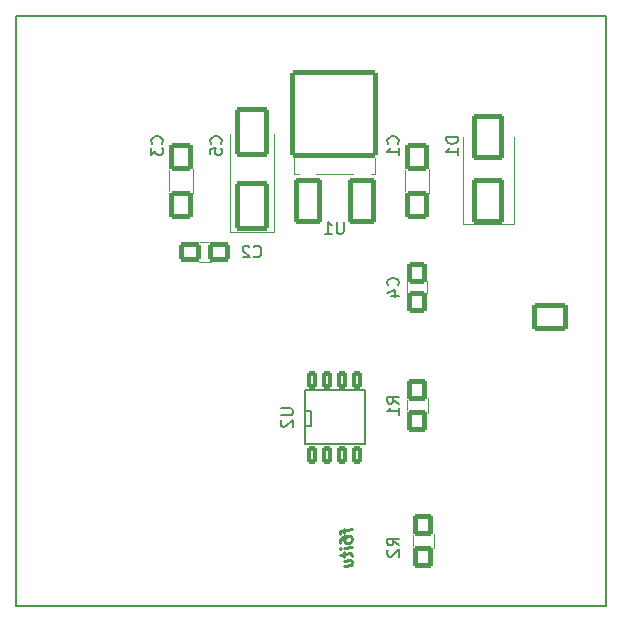
<source format=gbo>
G04 #@! TF.GenerationSoftware,KiCad,Pcbnew,8.0.4*
G04 #@! TF.CreationDate,2025-01-27T10:30:07+01:00*
G04 #@! TF.ProjectId,ocxo,6f63786f-2e6b-4696-9361-645f70636258,rev?*
G04 #@! TF.SameCoordinates,Original*
G04 #@! TF.FileFunction,Legend,Bot*
G04 #@! TF.FilePolarity,Positive*
%FSLAX46Y46*%
G04 Gerber Fmt 4.6, Leading zero omitted, Abs format (unit mm)*
G04 Created by KiCad (PCBNEW 8.0.4) date 2025-01-27 10:30:07*
%MOMM*%
%LPD*%
G01*
G04 APERTURE LIST*
G04 Aperture macros list*
%AMRoundRect*
0 Rectangle with rounded corners*
0 $1 Rounding radius*
0 $2 $3 $4 $5 $6 $7 $8 $9 X,Y pos of 4 corners*
0 Add a 4 corners polygon primitive as box body*
4,1,4,$2,$3,$4,$5,$6,$7,$8,$9,$2,$3,0*
0 Add four circle primitives for the rounded corners*
1,1,$1+$1,$2,$3*
1,1,$1+$1,$4,$5*
1,1,$1+$1,$6,$7*
1,1,$1+$1,$8,$9*
0 Add four rect primitives between the rounded corners*
20,1,$1+$1,$2,$3,$4,$5,0*
20,1,$1+$1,$4,$5,$6,$7,0*
20,1,$1+$1,$6,$7,$8,$9,0*
20,1,$1+$1,$8,$9,$2,$3,0*%
G04 Aperture macros list end*
%ADD10C,0.250000*%
%ADD11C,0.150000*%
%ADD12C,0.120000*%
%ADD13C,5.900000*%
%ADD14RoundRect,0.200000X0.800000X-1.000000X0.800000X1.000000X-0.800000X1.000000X-0.800000X-1.000000X0*%
%ADD15RoundRect,0.200000X0.750000X0.625000X-0.750000X0.625000X-0.750000X-0.625000X0.750000X-0.625000X0*%
%ADD16RoundRect,0.200000X0.625000X-0.750000X0.625000X0.750000X-0.625000X0.750000X-0.625000X-0.750000X0*%
%ADD17RoundRect,0.200000X1.250000X-1.875000X1.250000X1.875000X-1.250000X1.875000X-1.250000X-1.875000X0*%
%ADD18RoundRect,0.200000X1.300000X-1.000000X1.300000X1.000000X-1.300000X1.000000X-1.300000X-1.000000X0*%
%ADD19O,3.000000X2.400000*%
%ADD20C,2.398980*%
%ADD21C,2.899360*%
%ADD22C,2.900000*%
%ADD23RoundRect,0.200000X0.650000X-0.750000X0.650000X0.750000X-0.650000X0.750000X-0.650000X-0.750000X0*%
%ADD24C,2.200000*%
%ADD25RoundRect,0.200000X1.000000X1.750000X-1.000000X1.750000X-1.000000X-1.750000X1.000000X-1.750000X0*%
%ADD26RoundRect,0.200000X3.500000X3.500000X-3.500000X3.500000X-3.500000X-3.500000X3.500000X-3.500000X0*%
%ADD27RoundRect,0.200000X-0.254000X-0.571500X0.254000X-0.571500X0.254000X0.571500X-0.254000X0.571500X0*%
%ADD28C,1.840000*%
%ADD29RoundRect,0.200000X1.150000X-1.750000X1.150000X1.750000X-1.150000X1.750000X-1.150000X-1.750000X0*%
G04 #@! TA.AperFunction,Profile*
%ADD30C,0.150000*%
G04 #@! TD*
G04 APERTURE END LIST*
D10*
X107782952Y-88434524D02*
X107782952Y-88815476D01*
X108449619Y-88494047D02*
X107592476Y-88601190D01*
X107592476Y-88601190D02*
X107497238Y-88660714D01*
X107497238Y-88660714D02*
X107449619Y-88761905D01*
X107449619Y-88761905D02*
X107449619Y-88857143D01*
X107449619Y-89619048D02*
X107449619Y-89428572D01*
X107449619Y-89428572D02*
X107497238Y-89327381D01*
X107497238Y-89327381D02*
X107544857Y-89273810D01*
X107544857Y-89273810D02*
X107687714Y-89160714D01*
X107687714Y-89160714D02*
X107878190Y-89089286D01*
X107878190Y-89089286D02*
X108259142Y-89041667D01*
X108259142Y-89041667D02*
X108354380Y-89077381D01*
X108354380Y-89077381D02*
X108402000Y-89119048D01*
X108402000Y-89119048D02*
X108449619Y-89208334D01*
X108449619Y-89208334D02*
X108449619Y-89398810D01*
X108449619Y-89398810D02*
X108402000Y-89500000D01*
X108402000Y-89500000D02*
X108354380Y-89553572D01*
X108354380Y-89553572D02*
X108259142Y-89613095D01*
X108259142Y-89613095D02*
X108021047Y-89642857D01*
X108021047Y-89642857D02*
X107925809Y-89607143D01*
X107925809Y-89607143D02*
X107878190Y-89565476D01*
X107878190Y-89565476D02*
X107830571Y-89476191D01*
X107830571Y-89476191D02*
X107830571Y-89285714D01*
X107830571Y-89285714D02*
X107878190Y-89184524D01*
X107878190Y-89184524D02*
X107925809Y-89130953D01*
X107925809Y-89130953D02*
X108021047Y-89071429D01*
X108449619Y-90017857D02*
X107782952Y-90101191D01*
X107449619Y-90142857D02*
X107497238Y-90089286D01*
X107497238Y-90089286D02*
X107544857Y-90130953D01*
X107544857Y-90130953D02*
X107497238Y-90184524D01*
X107497238Y-90184524D02*
X107449619Y-90142857D01*
X107449619Y-90142857D02*
X107544857Y-90130953D01*
X107782952Y-90434524D02*
X107782952Y-90815476D01*
X107449619Y-90619047D02*
X108306761Y-90511905D01*
X108306761Y-90511905D02*
X108402000Y-90547619D01*
X108402000Y-90547619D02*
X108449619Y-90636905D01*
X108449619Y-90636905D02*
X108449619Y-90732143D01*
X107782952Y-91577381D02*
X108449619Y-91494048D01*
X107782952Y-91148810D02*
X108306761Y-91083334D01*
X108306761Y-91083334D02*
X108402000Y-91119048D01*
X108402000Y-91119048D02*
X108449619Y-91208334D01*
X108449619Y-91208334D02*
X108449619Y-91351191D01*
X108449619Y-91351191D02*
X108402000Y-91452381D01*
X108402000Y-91452381D02*
X108354380Y-91505953D01*
D11*
X112359580Y-55833333D02*
X112407200Y-55785714D01*
X112407200Y-55785714D02*
X112454819Y-55642857D01*
X112454819Y-55642857D02*
X112454819Y-55547619D01*
X112454819Y-55547619D02*
X112407200Y-55404762D01*
X112407200Y-55404762D02*
X112311961Y-55309524D01*
X112311961Y-55309524D02*
X112216723Y-55261905D01*
X112216723Y-55261905D02*
X112026247Y-55214286D01*
X112026247Y-55214286D02*
X111883390Y-55214286D01*
X111883390Y-55214286D02*
X111692914Y-55261905D01*
X111692914Y-55261905D02*
X111597676Y-55309524D01*
X111597676Y-55309524D02*
X111502438Y-55404762D01*
X111502438Y-55404762D02*
X111454819Y-55547619D01*
X111454819Y-55547619D02*
X111454819Y-55642857D01*
X111454819Y-55642857D02*
X111502438Y-55785714D01*
X111502438Y-55785714D02*
X111550057Y-55833333D01*
X112454819Y-56785714D02*
X112454819Y-56214286D01*
X112454819Y-56500000D02*
X111454819Y-56500000D01*
X111454819Y-56500000D02*
X111597676Y-56404762D01*
X111597676Y-56404762D02*
X111692914Y-56309524D01*
X111692914Y-56309524D02*
X111740533Y-56214286D01*
X100166666Y-65359580D02*
X100214285Y-65407200D01*
X100214285Y-65407200D02*
X100357142Y-65454819D01*
X100357142Y-65454819D02*
X100452380Y-65454819D01*
X100452380Y-65454819D02*
X100595237Y-65407200D01*
X100595237Y-65407200D02*
X100690475Y-65311961D01*
X100690475Y-65311961D02*
X100738094Y-65216723D01*
X100738094Y-65216723D02*
X100785713Y-65026247D01*
X100785713Y-65026247D02*
X100785713Y-64883390D01*
X100785713Y-64883390D02*
X100738094Y-64692914D01*
X100738094Y-64692914D02*
X100690475Y-64597676D01*
X100690475Y-64597676D02*
X100595237Y-64502438D01*
X100595237Y-64502438D02*
X100452380Y-64454819D01*
X100452380Y-64454819D02*
X100357142Y-64454819D01*
X100357142Y-64454819D02*
X100214285Y-64502438D01*
X100214285Y-64502438D02*
X100166666Y-64550057D01*
X99785713Y-64550057D02*
X99738094Y-64502438D01*
X99738094Y-64502438D02*
X99642856Y-64454819D01*
X99642856Y-64454819D02*
X99404761Y-64454819D01*
X99404761Y-64454819D02*
X99309523Y-64502438D01*
X99309523Y-64502438D02*
X99261904Y-64550057D01*
X99261904Y-64550057D02*
X99214285Y-64645295D01*
X99214285Y-64645295D02*
X99214285Y-64740533D01*
X99214285Y-64740533D02*
X99261904Y-64883390D01*
X99261904Y-64883390D02*
X99833332Y-65454819D01*
X99833332Y-65454819D02*
X99214285Y-65454819D01*
X92359580Y-55833333D02*
X92407200Y-55785714D01*
X92407200Y-55785714D02*
X92454819Y-55642857D01*
X92454819Y-55642857D02*
X92454819Y-55547619D01*
X92454819Y-55547619D02*
X92407200Y-55404762D01*
X92407200Y-55404762D02*
X92311961Y-55309524D01*
X92311961Y-55309524D02*
X92216723Y-55261905D01*
X92216723Y-55261905D02*
X92026247Y-55214286D01*
X92026247Y-55214286D02*
X91883390Y-55214286D01*
X91883390Y-55214286D02*
X91692914Y-55261905D01*
X91692914Y-55261905D02*
X91597676Y-55309524D01*
X91597676Y-55309524D02*
X91502438Y-55404762D01*
X91502438Y-55404762D02*
X91454819Y-55547619D01*
X91454819Y-55547619D02*
X91454819Y-55642857D01*
X91454819Y-55642857D02*
X91502438Y-55785714D01*
X91502438Y-55785714D02*
X91550057Y-55833333D01*
X91454819Y-56166667D02*
X91454819Y-56785714D01*
X91454819Y-56785714D02*
X91835771Y-56452381D01*
X91835771Y-56452381D02*
X91835771Y-56595238D01*
X91835771Y-56595238D02*
X91883390Y-56690476D01*
X91883390Y-56690476D02*
X91931009Y-56738095D01*
X91931009Y-56738095D02*
X92026247Y-56785714D01*
X92026247Y-56785714D02*
X92264342Y-56785714D01*
X92264342Y-56785714D02*
X92359580Y-56738095D01*
X92359580Y-56738095D02*
X92407200Y-56690476D01*
X92407200Y-56690476D02*
X92454819Y-56595238D01*
X92454819Y-56595238D02*
X92454819Y-56309524D01*
X92454819Y-56309524D02*
X92407200Y-56214286D01*
X92407200Y-56214286D02*
X92359580Y-56166667D01*
X112359580Y-67833333D02*
X112407200Y-67785714D01*
X112407200Y-67785714D02*
X112454819Y-67642857D01*
X112454819Y-67642857D02*
X112454819Y-67547619D01*
X112454819Y-67547619D02*
X112407200Y-67404762D01*
X112407200Y-67404762D02*
X112311961Y-67309524D01*
X112311961Y-67309524D02*
X112216723Y-67261905D01*
X112216723Y-67261905D02*
X112026247Y-67214286D01*
X112026247Y-67214286D02*
X111883390Y-67214286D01*
X111883390Y-67214286D02*
X111692914Y-67261905D01*
X111692914Y-67261905D02*
X111597676Y-67309524D01*
X111597676Y-67309524D02*
X111502438Y-67404762D01*
X111502438Y-67404762D02*
X111454819Y-67547619D01*
X111454819Y-67547619D02*
X111454819Y-67642857D01*
X111454819Y-67642857D02*
X111502438Y-67785714D01*
X111502438Y-67785714D02*
X111550057Y-67833333D01*
X111788152Y-68690476D02*
X112454819Y-68690476D01*
X111407200Y-68452381D02*
X112121485Y-68214286D01*
X112121485Y-68214286D02*
X112121485Y-68833333D01*
X97359580Y-55833333D02*
X97407200Y-55785714D01*
X97407200Y-55785714D02*
X97454819Y-55642857D01*
X97454819Y-55642857D02*
X97454819Y-55547619D01*
X97454819Y-55547619D02*
X97407200Y-55404762D01*
X97407200Y-55404762D02*
X97311961Y-55309524D01*
X97311961Y-55309524D02*
X97216723Y-55261905D01*
X97216723Y-55261905D02*
X97026247Y-55214286D01*
X97026247Y-55214286D02*
X96883390Y-55214286D01*
X96883390Y-55214286D02*
X96692914Y-55261905D01*
X96692914Y-55261905D02*
X96597676Y-55309524D01*
X96597676Y-55309524D02*
X96502438Y-55404762D01*
X96502438Y-55404762D02*
X96454819Y-55547619D01*
X96454819Y-55547619D02*
X96454819Y-55642857D01*
X96454819Y-55642857D02*
X96502438Y-55785714D01*
X96502438Y-55785714D02*
X96550057Y-55833333D01*
X96454819Y-56738095D02*
X96454819Y-56261905D01*
X96454819Y-56261905D02*
X96931009Y-56214286D01*
X96931009Y-56214286D02*
X96883390Y-56261905D01*
X96883390Y-56261905D02*
X96835771Y-56357143D01*
X96835771Y-56357143D02*
X96835771Y-56595238D01*
X96835771Y-56595238D02*
X96883390Y-56690476D01*
X96883390Y-56690476D02*
X96931009Y-56738095D01*
X96931009Y-56738095D02*
X97026247Y-56785714D01*
X97026247Y-56785714D02*
X97264342Y-56785714D01*
X97264342Y-56785714D02*
X97359580Y-56738095D01*
X97359580Y-56738095D02*
X97407200Y-56690476D01*
X97407200Y-56690476D02*
X97454819Y-56595238D01*
X97454819Y-56595238D02*
X97454819Y-56357143D01*
X97454819Y-56357143D02*
X97407200Y-56261905D01*
X97407200Y-56261905D02*
X97359580Y-56214286D01*
X112454819Y-77833333D02*
X111978628Y-77500000D01*
X112454819Y-77261905D02*
X111454819Y-77261905D01*
X111454819Y-77261905D02*
X111454819Y-77642857D01*
X111454819Y-77642857D02*
X111502438Y-77738095D01*
X111502438Y-77738095D02*
X111550057Y-77785714D01*
X111550057Y-77785714D02*
X111645295Y-77833333D01*
X111645295Y-77833333D02*
X111788152Y-77833333D01*
X111788152Y-77833333D02*
X111883390Y-77785714D01*
X111883390Y-77785714D02*
X111931009Y-77738095D01*
X111931009Y-77738095D02*
X111978628Y-77642857D01*
X111978628Y-77642857D02*
X111978628Y-77261905D01*
X112454819Y-78785714D02*
X112454819Y-78214286D01*
X112454819Y-78500000D02*
X111454819Y-78500000D01*
X111454819Y-78500000D02*
X111597676Y-78404762D01*
X111597676Y-78404762D02*
X111692914Y-78309524D01*
X111692914Y-78309524D02*
X111740533Y-78214286D01*
X112454819Y-89833333D02*
X111978628Y-89500000D01*
X112454819Y-89261905D02*
X111454819Y-89261905D01*
X111454819Y-89261905D02*
X111454819Y-89642857D01*
X111454819Y-89642857D02*
X111502438Y-89738095D01*
X111502438Y-89738095D02*
X111550057Y-89785714D01*
X111550057Y-89785714D02*
X111645295Y-89833333D01*
X111645295Y-89833333D02*
X111788152Y-89833333D01*
X111788152Y-89833333D02*
X111883390Y-89785714D01*
X111883390Y-89785714D02*
X111931009Y-89738095D01*
X111931009Y-89738095D02*
X111978628Y-89642857D01*
X111978628Y-89642857D02*
X111978628Y-89261905D01*
X111550057Y-90214286D02*
X111502438Y-90261905D01*
X111502438Y-90261905D02*
X111454819Y-90357143D01*
X111454819Y-90357143D02*
X111454819Y-90595238D01*
X111454819Y-90595238D02*
X111502438Y-90690476D01*
X111502438Y-90690476D02*
X111550057Y-90738095D01*
X111550057Y-90738095D02*
X111645295Y-90785714D01*
X111645295Y-90785714D02*
X111740533Y-90785714D01*
X111740533Y-90785714D02*
X111883390Y-90738095D01*
X111883390Y-90738095D02*
X112454819Y-90166667D01*
X112454819Y-90166667D02*
X112454819Y-90785714D01*
X107761904Y-62454819D02*
X107761904Y-63264342D01*
X107761904Y-63264342D02*
X107714285Y-63359580D01*
X107714285Y-63359580D02*
X107666666Y-63407200D01*
X107666666Y-63407200D02*
X107571428Y-63454819D01*
X107571428Y-63454819D02*
X107380952Y-63454819D01*
X107380952Y-63454819D02*
X107285714Y-63407200D01*
X107285714Y-63407200D02*
X107238095Y-63359580D01*
X107238095Y-63359580D02*
X107190476Y-63264342D01*
X107190476Y-63264342D02*
X107190476Y-62454819D01*
X106190476Y-63454819D02*
X106761904Y-63454819D01*
X106476190Y-63454819D02*
X106476190Y-62454819D01*
X106476190Y-62454819D02*
X106571428Y-62597676D01*
X106571428Y-62597676D02*
X106666666Y-62692914D01*
X106666666Y-62692914D02*
X106761904Y-62740533D01*
X102454819Y-78238095D02*
X103264342Y-78238095D01*
X103264342Y-78238095D02*
X103359580Y-78285714D01*
X103359580Y-78285714D02*
X103407200Y-78333333D01*
X103407200Y-78333333D02*
X103454819Y-78428571D01*
X103454819Y-78428571D02*
X103454819Y-78619047D01*
X103454819Y-78619047D02*
X103407200Y-78714285D01*
X103407200Y-78714285D02*
X103359580Y-78761904D01*
X103359580Y-78761904D02*
X103264342Y-78809523D01*
X103264342Y-78809523D02*
X102454819Y-78809523D01*
X102550057Y-79238095D02*
X102502438Y-79285714D01*
X102502438Y-79285714D02*
X102454819Y-79380952D01*
X102454819Y-79380952D02*
X102454819Y-79619047D01*
X102454819Y-79619047D02*
X102502438Y-79714285D01*
X102502438Y-79714285D02*
X102550057Y-79761904D01*
X102550057Y-79761904D02*
X102645295Y-79809523D01*
X102645295Y-79809523D02*
X102740533Y-79809523D01*
X102740533Y-79809523D02*
X102883390Y-79761904D01*
X102883390Y-79761904D02*
X103454819Y-79190476D01*
X103454819Y-79190476D02*
X103454819Y-79809523D01*
X117454819Y-55261905D02*
X116454819Y-55261905D01*
X116454819Y-55261905D02*
X116454819Y-55500000D01*
X116454819Y-55500000D02*
X116502438Y-55642857D01*
X116502438Y-55642857D02*
X116597676Y-55738095D01*
X116597676Y-55738095D02*
X116692914Y-55785714D01*
X116692914Y-55785714D02*
X116883390Y-55833333D01*
X116883390Y-55833333D02*
X117026247Y-55833333D01*
X117026247Y-55833333D02*
X117216723Y-55785714D01*
X117216723Y-55785714D02*
X117311961Y-55738095D01*
X117311961Y-55738095D02*
X117407200Y-55642857D01*
X117407200Y-55642857D02*
X117454819Y-55500000D01*
X117454819Y-55500000D02*
X117454819Y-55261905D01*
X117454819Y-56785714D02*
X117454819Y-56214286D01*
X117454819Y-56500000D02*
X116454819Y-56500000D01*
X116454819Y-56500000D02*
X116597676Y-56404762D01*
X116597676Y-56404762D02*
X116692914Y-56309524D01*
X116692914Y-56309524D02*
X116740533Y-56214286D01*
D12*
X115020000Y-58000000D02*
X115020000Y-60000000D01*
X112980000Y-60000000D02*
X112980000Y-58000000D01*
X95500000Y-64150000D02*
X96500000Y-64150000D01*
X96500000Y-65850000D02*
X95500000Y-65850000D01*
X95020000Y-58000000D02*
X95020000Y-60000000D01*
X92980000Y-60000000D02*
X92980000Y-58000000D01*
X114850000Y-67500000D02*
X114850000Y-68500000D01*
X113150000Y-68500000D02*
X113150000Y-67500000D01*
X101850000Y-63300000D02*
X101850000Y-55000000D01*
X98150000Y-63300000D02*
X98150000Y-55000000D01*
X101850000Y-63300000D02*
X98150000Y-63300000D01*
X113120000Y-77400000D02*
X113120000Y-78600000D01*
X114880000Y-78600000D02*
X114880000Y-77400000D01*
X113620000Y-88900000D02*
X113620000Y-90100000D01*
X115380000Y-90100000D02*
X115380000Y-88900000D01*
X110040000Y-58400000D02*
X110390000Y-58400000D01*
X110390000Y-58400000D02*
X110390000Y-56900000D01*
X105390000Y-58400000D02*
X108590000Y-58400000D01*
X103590000Y-56900000D02*
X103590000Y-58400000D01*
X103590000Y-58400000D02*
X103990000Y-58400000D01*
D11*
X104460000Y-81286000D02*
X109540000Y-81286000D01*
X109540000Y-81286000D02*
X109540000Y-76714000D01*
X109540000Y-76714000D02*
X104460000Y-76714000D01*
X104460000Y-76714000D02*
X104460000Y-81286000D01*
X104460000Y-79762000D02*
X104968000Y-79762000D01*
X104968000Y-79762000D02*
X104968000Y-78492000D01*
X104968000Y-78492000D02*
X104460000Y-78492000D01*
D12*
X122150000Y-62600000D02*
X117850000Y-62600000D01*
X117850000Y-62600000D02*
X117850000Y-55300000D01*
X122150000Y-62600000D02*
X122150000Y-55300000D01*
%LPC*%
D13*
X126000000Y-91000000D03*
X84000000Y-49000000D03*
D14*
X114000000Y-61000000D03*
X114000000Y-57000000D03*
D15*
X97250000Y-65000000D03*
X94750000Y-65000000D03*
D14*
X94000000Y-61000000D03*
X94000000Y-57000000D03*
D16*
X114000000Y-69250000D03*
X114000000Y-66750000D03*
D17*
X100000000Y-61125000D03*
X100000000Y-54875000D03*
D18*
X125250000Y-70500000D03*
D19*
X125250000Y-67960000D03*
D13*
X126000000Y-49000000D03*
D20*
X100000000Y-90000000D03*
D21*
X102540000Y-87460000D03*
X102540000Y-92540000D03*
X97460000Y-92540000D03*
X97460000Y-87460000D03*
D13*
X84000000Y-91000000D03*
D22*
X97475000Y-50475000D03*
X116525000Y-50475000D03*
X116525000Y-69525000D03*
X97475000Y-69525000D03*
X107000000Y-69525000D03*
D23*
X114000000Y-79350000D03*
X114000000Y-76650000D03*
X114500000Y-90850000D03*
X114500000Y-88150000D03*
D24*
X117000000Y-78000000D03*
X114460000Y-85620000D03*
X117000000Y-90700000D03*
D25*
X109290000Y-60700000D03*
X104710000Y-60700000D03*
D26*
X106990000Y-53300000D03*
D27*
X105095000Y-82175000D03*
X106365000Y-82175000D03*
X107635000Y-82175000D03*
X108905000Y-82175000D03*
X108905000Y-75825000D03*
X107635000Y-75825000D03*
X106365000Y-75825000D03*
X105095000Y-75825000D03*
D28*
X117000000Y-83000000D03*
X119540000Y-85540000D03*
X117000000Y-88080000D03*
X117000000Y-88100000D03*
X117000000Y-85460000D03*
X117000000Y-83000000D03*
D29*
X120000000Y-60700000D03*
X120000000Y-55300000D03*
G36*
X129942121Y-45020002D02*
G01*
X129988614Y-45073658D01*
X130000000Y-45126000D01*
X130000000Y-94874000D01*
X129979998Y-94942121D01*
X129926342Y-94988614D01*
X129874000Y-95000000D01*
X80126000Y-95000000D01*
X80057879Y-94979998D01*
X80011386Y-94926342D01*
X80000000Y-94874000D01*
X80000000Y-92500000D01*
X82500000Y-92500000D01*
X127500000Y-92500000D01*
X127500000Y-47500000D01*
X82500000Y-47500000D01*
X82500000Y-92500000D01*
X80000000Y-92500000D01*
X80000000Y-45126000D01*
X80020002Y-45057879D01*
X80073658Y-45011386D01*
X80126000Y-45000000D01*
X129874000Y-45000000D01*
X129942121Y-45020002D01*
G37*
%LPD*%
D30*
X80000000Y-95000000D02*
X80000000Y-45000000D01*
X130000000Y-95000000D02*
X80000000Y-95000000D01*
X130000000Y-45000000D02*
X130000000Y-95000000D01*
X80000000Y-45000000D02*
X130000000Y-45000000D01*
M02*

</source>
